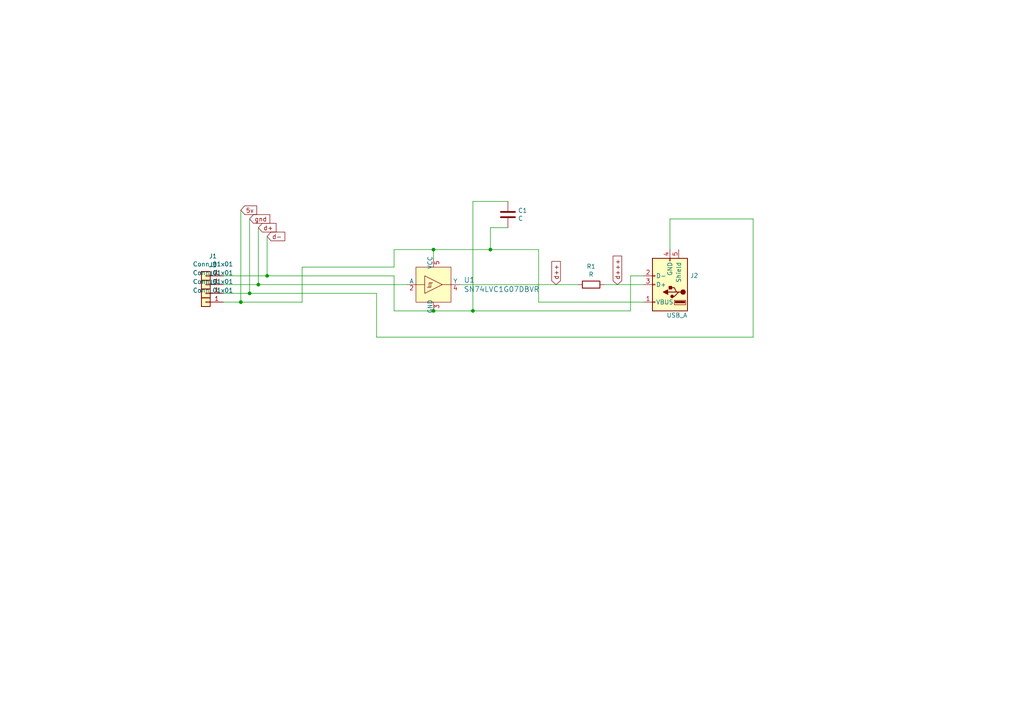
<source format=kicad_sch>
(kicad_sch (version 20230121) (generator eeschema)
  (paper "A4")
  (lib_symbols
    (symbol "Connector:USB_A" (pin_names (offset 1.016))
      (property "Reference" "J" (at -5.08 11.43 0))
      (property "Value" "USB_A" (at -5.08 8.89 0))
      (symbol "USB_A_0_1"
        (rectangle (start -5.08 -7.62) (end 5.08 7.62) (stroke (width 0.254)) (fill (type background)))
        (circle (center -3.81 2.159) (radius 0.635) (stroke (width 0.254)) (fill (type outline)))
        (rectangle (start -1.524 4.826) (end -4.318 5.334) (fill (type outline)))
        (rectangle (start -1.27 4.572) (end -4.572 5.842))
        (circle (center -0.635 3.429) (radius 0.381) (stroke (width 0.254)) (fill (type outline)))
        (rectangle (start -0.127 -7.62) (end 0.127 -6.858))
        (polyline (pts (xy -3.175 2.159) (xy -2.54 2.159) (xy -1.27 3.429) (xy -0.635 3.429)) (stroke (width 0.254)))
        (polyline (pts (xy -2.54 2.159) (xy -1.905 2.159) (xy -1.27 0.889) (xy 0 0.889)) (stroke (width 0.254)))
        (polyline (pts (xy 0.635 2.794) (xy 0.635 1.524) (xy 1.905 2.159) (xy 0.635 2.794)) (stroke (width 0.254)) (fill (type outline)))
        (rectangle (start 0.254 1.27) (end -0.508 0.508) (stroke (width 0.254)) (fill (type outline)))
        (rectangle (start 5.08 -2.667) (end 4.318 -2.413))
        (rectangle (start 5.08 -0.127) (end 4.318 0.127))
        (rectangle (start 5.08 4.953) (end 4.318 5.207))
      )
      (symbol "USB_A_1_1"
        (polyline (pts (xy -1.905 2.159) (xy 0.635 2.159)) (stroke (width 0.254)))
        (pin power_in line (at 7.62 5.08 180) (length 2.54) (name "VBUS") (number "1"))
        (pin bidirectional line (at 7.62 -2.54 180) (length 2.54) (name "D-") (number "2"))
        (pin bidirectional line (at 7.62 0 180) (length 2.54) (name "D+") (number "3"))
        (pin power_in line (at 0 -10.16 90) (length 2.54) (name "GND") (number "4"))
        (pin passive line (at -2.54 -10.16 90) (length 2.54) (name "Shield") (number "5"))
      )
    )
    (symbol "Connector_Generic:Conn_01x01" (pin_names (offset 1.016) hide)
      (property "Reference" "J" (at 0 2.54 0))
      (property "Value" "Conn_01x01" (at 0 -2.54 0))
      (symbol "Conn_01x01_1_1"
        (rectangle (start -1.27 0.127) (end 0 -0.127) (stroke (width 0.1524)))
        (rectangle (start -1.27 1.27) (end 1.27 -1.27) (stroke (width 0.254)) (fill (type background)))
        (pin passive line (at -5.08 0 0) (length 3.81) (name "Pin_1") (number "1"))
      )
    )
    (symbol "Device:C" (pin_numbers hide) (pin_names (offset 0.254))
      (property "Reference" "C" (at 0.635 2.54 0))
      (property "Value" "C" (at 0.635 -2.54 0))
      (symbol "C_0_1"
        (polyline (pts (xy -2.032 -0.762) (xy 2.032 -0.762)) (stroke (width 0.508)))
        (polyline (pts (xy -2.032 0.762) (xy 2.032 0.762)) (stroke (width 0.508)))
      )
      (symbol "C_1_1"
        (pin passive line (at 0 3.81 270) (length 2.794) (name "~") (number "1"))
        (pin passive line (at 0 -3.81 90) (length 2.794) (name "~") (number "2"))
      )
    )
    (symbol "Device:R" (pin_numbers hide) (pin_names (offset 0))
      (property "Reference" "R" (at 2.032 0 90))
      (property "Value" "R" (at 0 0 90))
      (symbol "R_0_1"
        (rectangle (start -1.016 -2.54) (end 1.016 2.54) (stroke (width 0.254)))
      )
      (symbol "R_1_1"
        (pin passive line (at 0 3.81 270) (length 1.27) (name "~") (number "1"))
        (pin passive line (at 0 -3.81 90) (length 1.27) (name "~") (number "2"))
      )
    )
    (symbol "dk_Logic-Buffers-Drivers-Receivers-Transceivers:SN74LVC1G07DBVR" (pin_names (offset 0))
      (property "Reference" "U" (at -2.54 6.35 0))
      (property "Value" "SN74LVC1G07DBVR" (at 1.905 -6.35 0))
      (symbol "SN74LVC1G07DBVR_0_1"
        (rectangle (start -5.08 5.08) (end 5.08 -5.08) (fill (type background)))
        (polyline (pts (xy -2.54 0) (xy -5.08 0)))
        (polyline (pts (xy 2.54 0) (xy 5.08 0)) (fill (type background)))
        (polyline (pts (xy -2.54 2.54) (xy -2.54 -2.54) (xy 2.54 0) (xy -2.54 2.54)) (fill (type background)))
        (polyline (pts (xy -1.778 -0.762) (xy -1.27 -0.762) (xy -1.27 0.508) (xy -0.762 0.508)))
        (polyline (pts (xy -0.254 0.508) (xy -0.762 0.508) (xy -0.762 -0.762) (xy -1.27 -0.762)))
      )
      (symbol "SN74LVC1G07DBVR_1_1"
        (pin no_connect line (at -7.62 -5.08 0) (length 2.54) hide (name "NC") (number "1"))
        (pin input line (at -7.62 0 0) (length 2.54) (name "A") (number "2"))
        (pin power_in line (at 0 -7.62 90) (length 2.54) (name "GND") (number "3"))
        (pin output line (at 7.62 0 180) (length 2.54) (name "Y") (number "4"))
        (pin power_in line (at 0 7.62 270) (length 2.54) (name "VCC") (number "5"))
      )
    )
  )
  (junction (at 125.73 72.39))
  (junction (at 137.16 90.17))
  (junction (at 72.39 85.09))
  (junction (at 125.73 90.17))
  (junction (at 142.24 72.39))
  (junction (at 69.85 87.63))
  (junction (at 77.47 80.01))
  (junction (at 74.93 82.55))
  (wire (pts (xy 142.24 66.04) (xy 142.24 72.39)))
  (wire (pts (xy 194.31 63.5) (xy 194.31 72.39)))
  (wire (pts (xy 64.77 82.55) (xy 74.93 82.55)))
  (wire (pts (xy 109.22 85.09) (xy 109.22 97.79)))
  (wire (pts (xy 77.47 80.01) (xy 114.3 80.01)))
  (wire (pts (xy 182.88 90.17) (xy 182.88 80.01)))
  (wire (pts (xy 147.32 66.04) (xy 142.24 66.04)))
  (wire (pts (xy 114.3 77.47) (xy 114.3 72.39)))
  (wire (pts (xy 186.69 87.63) (xy 156.21 87.63)))
  (wire (pts (xy 114.3 72.39) (xy 125.73 72.39)))
  (wire (pts (xy 156.21 87.63) (xy 156.21 72.39)))
  (wire (pts (xy 182.88 80.01) (xy 186.69 80.01)))
  (wire (pts (xy 64.77 85.09) (xy 72.39 85.09)))
  (wire (pts (xy 109.22 97.79) (xy 218.44 97.79)))
  (wire (pts (xy 69.85 60.96) (xy 69.85 87.63)))
  (wire (pts (xy 137.16 90.17) (xy 182.88 90.17)))
  (wire (pts (xy 125.73 72.39) (xy 125.73 74.93)))
  (wire (pts (xy 72.39 63.5) (xy 72.39 85.09)))
  (wire (pts (xy 133.35 82.55) (xy 167.64 82.55)))
  (wire (pts (xy 142.24 72.39) (xy 125.73 72.39)))
  (wire (pts (xy 218.44 63.5) (xy 194.31 63.5)))
  (wire (pts (xy 87.63 87.63) (xy 87.63 77.47)))
  (wire (pts (xy 74.93 82.55) (xy 118.11 82.55)))
  (wire (pts (xy 69.85 87.63) (xy 87.63 87.63)))
  (wire (pts (xy 218.44 97.79) (xy 218.44 63.5)))
  (wire (pts (xy 137.16 58.42) (xy 147.32 58.42)))
  (wire (pts (xy 137.16 90.17) (xy 137.16 58.42)))
  (wire (pts (xy 156.21 72.39) (xy 142.24 72.39)))
  (wire (pts (xy 125.73 90.17) (xy 137.16 90.17)))
  (wire (pts (xy 64.77 80.01) (xy 77.47 80.01)))
  (wire (pts (xy 175.26 82.55) (xy 186.69 82.55)))
  (wire (pts (xy 114.3 90.17) (xy 125.73 90.17)))
  (wire (pts (xy 114.3 80.01) (xy 114.3 90.17)))
  (wire (pts (xy 87.63 77.47) (xy 114.3 77.47)))
  (wire (pts (xy 72.39 85.09) (xy 109.22 85.09)))
  (wire (pts (xy 64.77 87.63) (xy 69.85 87.63)))
  (wire (pts (xy 77.47 68.58) (xy 77.47 80.01)))
  (wire (pts (xy 74.93 66.04) (xy 74.93 82.55)))
  (global_label "5v" (shape input) (at 69.85 60.96 0) (property "Intersheetrefs" "${INTERSHEET_REFS}" (effects hide)))
  (global_label "d+++" (shape input) (at 179.07 82.55 90) (property "Intersheetrefs" "${INTERSHEET_REFS}" (effects hide)))
  (global_label "d+" (shape input) (at 74.93 66.04 0) (property "Intersheetrefs" "${INTERSHEET_REFS}" (effects hide)))
  (global_label "d-" (shape input) (at 77.47 68.58 0) (property "Intersheetrefs" "${INTERSHEET_REFS}" (effects hide)))
  (global_label "gnd" (shape input) (at 72.39 63.5 0) (property "Intersheetrefs" "${INTERSHEET_REFS}" (effects hide)))
  (global_label "d++" (shape input) (at 161.29 82.55 90) (property "Intersheetrefs" "${INTERSHEET_REFS}" (effects hide)))
  (symbol (lib_id "dk_Logic-Buffers-Drivers-Receivers-Transceivers:SN74LVC1G07DBVR") (at 125.73 82.55 0) (unit 1)
    (property "Reference" "U1" (at 134.4676 81.2038 0) (effects (font (size 1.524 1.524)) (justify left)))
    (property "Value" "SN74LVC1G07DBVR" (at 134.4676 83.8962 0) (effects (font (size 1.524 1.524)) (justify left)))
    (property "Footprint" "digikey-footprints:SOT-753" (effects hide))
    (property "Datasheet" "http://www.ti.com/general/docs/suppproductinfo.tsp?distId=10&gotoUrl=http%3A%2F%2Fwww.ti.com%2Flit%2Fgpn%2Fsn74lvc1g07" (effects hide))
    (property "Digi-Key_PN" "296-8485-1-ND" (effects hide))
    (property "MPN" "SN74LVC1G07DBVR" (effects hide))
    (property "Category" "Integrated Circuits (ICs)" (effects hide))
    (property "Family" "Logic - Buffers, Drivers, Receivers, Transceivers" (effects hide))
    (property "DK_Datasheet_Link" "http://www.ti.com/general/docs/suppproductinfo.tsp?distId=10&gotoUrl=http%3A%2F%2Fwww.ti.com%2Flit%2Fgpn%2Fsn74lvc1g07" (effects hide))
    (property "DK_Detail_Page" "/product-detail/en/texas-instruments/SN74LVC1G07DBVR/296-8485-1-ND/377454" (effects hide))
    (property "Description" "IC BUF NON-INVERT 5.5V SOT23-5" (effects hide))
    (property "Manufacturer" "Texas Instruments" (effects hide))
    (property "Status" "Active" (effects hide))
  )
  (symbol (lib_id "Connector:USB_A") (at 194.31 82.55 180) (unit 1)
    (property "Reference" "J2" (at 200.152 79.9338 0) (effects (justify right)))
    (property "Value" "USB_A" (at 199.39 91.44 0) (effects (justify left)))
    (property "Footprint" "Connector_USB:USB_A_Molex_67643_Horizontal" (effects hide))
    (property "Datasheet" " ~" (effects hide))
  )
  (symbol (lib_id "Device:R") (at 171.45 82.55 270) (unit 1)
    (property "Reference" "R1" (at 171.45 77.2922 90))
    (property "Value" "R" (at 171.45 79.6036 90))
    (property "Footprint" "Resistor_SMD:R_0603_1608Metric_Pad1.05x0.95mm_HandSolder" (effects hide))
  )
  (symbol (lib_id "Device:C") (at 147.32 62.23 0) (unit 1)
    (property "Reference" "C1" (at 150.241 61.0616 0) (effects (justify left)))
    (property "Value" "C" (at 150.241 63.373 0) (effects (justify left)))
    (property "Footprint" "Capacitor_SMD:C_0402_1005Metric" (effects hide))
  )
  (symbol (lib_id "Connector_Generic:Conn_01x01") (at 59.69 80.01 180) (unit 1)
    (property "Reference" "J1" (at 61.7728 74.295 0))
    (property "Value" "Conn_01x01" (at 61.7728 76.6064 0))
    (property "Footprint" "Connector_PinHeader_2.00mm:PinHeader_1x01_P2.00mm_Vertical" (effects hide))
  )
  (symbol (lib_id "Connector_Generic:Conn_01x01") (at 59.69 82.55 180) (unit 1)
    (property "Reference" "J3" (at 61.7728 76.835 0))
    (property "Value" "Conn_01x01" (at 61.7728 79.1464 0))
    (property "Footprint" "Connector_PinHeader_2.00mm:PinHeader_1x01_P2.00mm_Vertical" (effects hide))
  )
  (symbol (lib_id "Connector_Generic:Conn_01x01") (at 59.69 85.09 180) (unit 1)
    (property "Reference" "J4" (at 61.7728 79.375 0))
    (property "Value" "Conn_01x01" (at 61.7728 81.6864 0))
    (property "Footprint" "Connector_PinHeader_2.00mm:PinHeader_1x01_P2.00mm_Vertical" (effects hide))
  )
  (symbol (lib_id "Connector_Generic:Conn_01x01") (at 59.69 87.63 180) (unit 1)
    (property "Reference" "J5" (at 61.7728 81.915 0))
    (property "Value" "Conn_01x01" (at 61.7728 84.2264 0))
    (property "Footprint" "Connector_PinHeader_2.00mm:PinHeader_1x01_P2.00mm_Vertical" (effects hide))
  )
)
</source>
